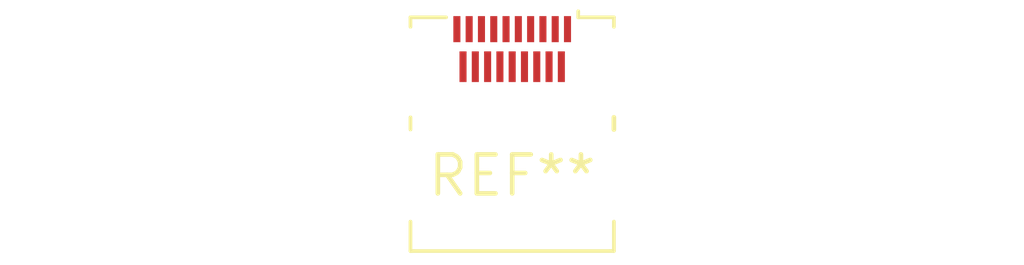
<source format=kicad_pcb>
(kicad_pcb (version 20240108) (generator pcbnew)
  (layers (0 "F.Cu" signal) (31 "B.Cu" signal) (34 "B.Paste" user) (35 "F.Paste" user) (36 "B.SilkS" user "B.Silkscreen") (37 "F.SilkS" user "F.Silkscreen") (38 "B.Mask" user) (39 "F.Mask" user) (44 "Edge.Cuts" user))
  (net 0 "")
  (footprint "HDMI_Micro-D_Molex_46765-1x01" (layer "F.Cu") (at 0 0)
    (property "Reference" "REF**")
    (property "Value" "HDMI_Micro-D_Molex_46765-1x01")
    (fp_line (start -3.31 -5.16) (end -2.15 -5.16) (layer "F.SilkS") (stroke (width 0.12)))
    (fp_line (start -3.31 -4.85) (end -3.31 -5.16) (layer "F.SilkS") (stroke (width 0.12)))
    (fp_line (start -3.31 -1.5) (end -3.31 -1.9) (layer "F.SilkS") (stroke (width 0.12)))
    (fp_line (start -3.31 2.46) (end -3.31 1.5) (layer "F.SilkS") (stroke (width 0.12)))
    (fp_line (start -3.31 2.46) (end 3.31 2.46) (layer "F.SilkS") (stroke (width 0.12)))
    (fp_line (start 2.15 -5.16) (end 2.15 -5.36) (layer "F.SilkS") (stroke (width 0.12)))
    (fp_line (start 2.15 -5.16) (end 3.31 -5.16) (layer "F.SilkS") (stroke (width 0.12)))
    (fp_line (start 3.31 -5.16) (end 3.31 -4.85) (layer "F.SilkS") (stroke (width 0.12)))
    (fp_line (start 3.31 -1.9) (end 3.31 -1.5) (layer "F.SilkS") (stroke (width 0.15)))
    (fp_line (start 3.31 1.5) (end 3.31 2.46) (layer "F.SilkS") (stroke (width 0.12)))
    (pad "1" smd rect (at 1.8 -4.775) (size 0.23 0.85) (layers "F.Cu" "F.Paste" "F.Mask"))
    (pad "2" smd rect (at 1.6 -3.55) (size 0.23 1) (layers "F.Cu" "F.Paste" "F.Mask"))
    (pad "3" smd rect (at 1.4 -4.775) (size 0.23 0.85) (layers "F.Cu" "F.Paste" "F.Mask"))
    (pad "4" smd rect (at 1.2 -3.55) (size 0.23 1) (layers "F.Cu" "F.Paste" "F.Mask"))
    (pad "5" smd rect (at 1 -4.775) (size 0.23 0.85) (layers "F.Cu" "F.Paste" "F.Mask"))
    (pad "6" smd rect (at 0.8 -3.55) (size 0.23 1) (layers "F.Cu" "F.Paste" "F.Mask"))
    (pad "7" smd rect (at 0.6 -4.775) (size 0.23 0.85) (layers "F.Cu" "F.Paste" "F.Mask"))
    (pad "8" smd rect (at 0.4 -3.55) (size 0.23 1) (layers "F.Cu" "F.Paste" "F.Mask"))
    (pad "9" smd rect (at 0.2 -4.775) (size 0.23 0.85) (layers "F.Cu" "F.Paste" "F.Mask"))
    (pad "10" smd rect (at 0 -3.55) (size 0.23 1) (layers "F.Cu" "F.Paste" "F.Mask"))
    (pad "11" smd rect (at -0.2 -4.775) (size 0.23 0.85) (layers "F.Cu" "F.Paste" "F.Mask"))
    (pad "12" smd rect (at -0.4 -3.55) (size 0.23 1) (layers "F.Cu" "F.Paste" "F.Mask"))
    (pad "13" smd rect (at -0.6 -4.775) (size 0.23 0.85) (layers "F.Cu" "F.Paste" "F.Mask"))
    (pad "14" smd rect (at -0.8 -3.55) (size 0.23 1) (layers "F.Cu" "F.Paste" "F.Mask"))
    (pad "15" smd rect (at -1 -4.775) (size 0.23 0.85) (layers "F.Cu" "F.Paste" "F.Mask"))
    (pad "16" smd rect (at -1.2 -3.55) (size 0.23 1) (layers "F.Cu" "F.Paste" "F.Mask"))
    (pad "17" smd rect (at -1.4 -4.775) (size 0.23 0.85) (layers "F.Cu" "F.Paste" "F.Mask"))
    (pad "18" smd rect (at -1.6 -3.55) (size 0.23 1) (layers "F.Cu" "F.Paste" "F.Mask"))
    (pad "19" smd rect (at -1.8 -4.775) (size 0.23 0.85) (layers "F.Cu" "F.Paste" "F.Mask"))
    (pad "SH" thru_hole oval (at -3.1 -3.36) (size 1.5 2.55) (drill oval 0.65 1.7) (layers *.Cu *.Mask) (remove_unused_layers))
    (pad "SH" thru_hole oval (at -3.1 0) (size 1.5 2.55) (drill oval 0.65 1.7) (layers *.Cu *.Mask) (remove_unused_layers))
    (pad "SH" thru_hole oval (at 3.1 -3.36) (size 1.5 2.55) (drill oval 0.65 1.7) (layers *.Cu *.Mask) (remove_unused_layers))
    (pad "SH" thru_hole oval (at 3.1 0) (size 1.5 2.55) (drill oval 0.65 1.7) (layers *.Cu *.Mask) (remove_unused_layers))
  )
)
</source>
